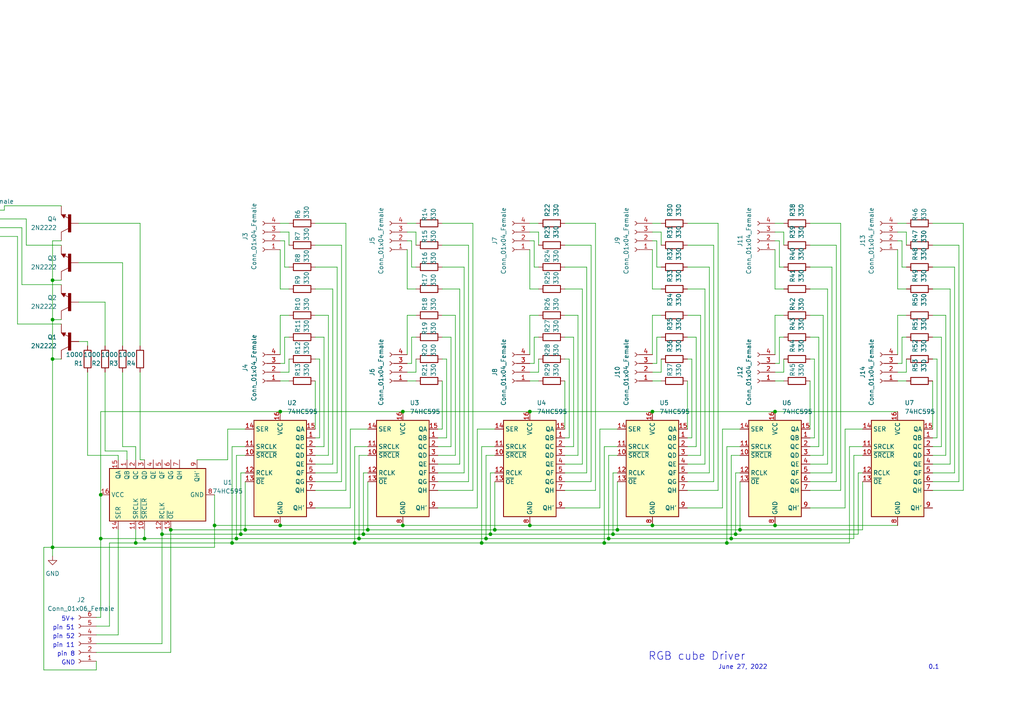
<source format=kicad_sch>
(kicad_sch (version 20211123) (generator eeschema)
  (paper "A4")
  (lib_symbols
    (symbol "2N2222:2N2222" (pin_numbers hide) (pin_names (offset 1.016) hide)
      (property "Reference" "Q" (at -10.16 7.62 0))
      (property "Value" "2N2222" (at -10.16 -7.62 0))
      (symbol "2N2222_0_0"
        (rectangle (start -0.254 -2.54) (end 0.508 2.54) (fill (type outline)))
        (polyline (pts (xy 1.27 -2.54) (xy 1.778 -1.524)) (stroke (width 0.1524)))
        (polyline (pts (xy 1.524 -2.413) (xy 2.286 -2.413)) (stroke (width 0.254)))
        (polyline (pts (xy 1.524 -2.286) (xy 1.905 -2.286)) (stroke (width 0.254)))
        (polyline (pts (xy 1.5494 -2.032) (xy 0.3048 -1.4224)) (stroke (width 0.1524)))
        (polyline (pts (xy 1.778 -1.778) (xy 1.524 -2.286)) (stroke (width 0.254)))
        (polyline (pts (xy 1.778 -1.524) (xy 2.54 -2.54)) (stroke (width 0.1524)))
        (polyline (pts (xy 1.905 -2.286) (xy 1.778 -2.032)) (stroke (width 0.254)))
        (polyline (pts (xy 2.286 -2.413) (xy 1.778 -1.778)) (stroke (width 0.254)))
        (polyline (pts (xy 2.54 -2.54) (xy 1.27 -2.54)) (stroke (width 0.1524)))
        (polyline (pts (xy 2.54 2.54) (xy 0.508 1.524)) (stroke (width 0.1524)))
        (pin passive line (at 2.54 -5.08 90) (length 2.54) (name "~") (number "1"))
        (pin passive line (at -2.54 0 0) (length 2.54) (name "~") (number "2"))
        (pin passive line (at 2.54 5.08 270) (length 2.54) (name "~") (number "3"))
      )
    )
    (symbol "74xx:74HC595"
      (property "Reference" "U" (at -7.62 13.97 0))
      (property "Value" "74HC595" (at -7.62 -16.51 0))
      (symbol "74HC595_1_0"
        (pin tri_state line (at 10.16 7.62 180) (length 2.54) (name "QB") (number "1"))
        (pin input line (at -10.16 2.54 0) (length 2.54) (name "~{SRCLR}") (number "10"))
        (pin input line (at -10.16 5.08 0) (length 2.54) (name "SRCLK") (number "11"))
        (pin input line (at -10.16 -2.54 0) (length 2.54) (name "RCLK") (number "12"))
        (pin input line (at -10.16 -5.08 0) (length 2.54) (name "~{OE}") (number "13"))
        (pin input line (at -10.16 10.16 0) (length 2.54) (name "SER") (number "14"))
        (pin tri_state line (at 10.16 10.16 180) (length 2.54) (name "QA") (number "15"))
        (pin power_in line (at 0 15.24 270) (length 2.54) (name "VCC") (number "16"))
        (pin tri_state line (at 10.16 5.08 180) (length 2.54) (name "QC") (number "2"))
        (pin tri_state line (at 10.16 2.54 180) (length 2.54) (name "QD") (number "3"))
        (pin tri_state line (at 10.16 0 180) (length 2.54) (name "QE") (number "4"))
        (pin tri_state line (at 10.16 -2.54 180) (length 2.54) (name "QF") (number "5"))
        (pin tri_state line (at 10.16 -5.08 180) (length 2.54) (name "QG") (number "6"))
        (pin tri_state line (at 10.16 -7.62 180) (length 2.54) (name "QH") (number "7"))
        (pin power_in line (at 0 -17.78 90) (length 2.54) (name "GND") (number "8"))
        (pin output line (at 10.16 -12.7 180) (length 2.54) (name "QH'") (number "9"))
      )
      (symbol "74HC595_1_1"
        (rectangle (start -7.62 12.7) (end 7.62 -15.24) (stroke (width 0.254)) (fill (type background)))
      )
    )
    (symbol "Connector:Conn_01x04_Female" (pin_names (offset 1.016) hide)
      (property "Reference" "J" (at 0 5.08 0))
      (property "Value" "Conn_01x04_Female" (at 0 -7.62 0))
      (symbol "Conn_01x04_Female_1_1"
        (arc (start 0 -4.572) (mid -0.508 -5.08) (end 0 -5.588) (stroke (width 0.1524)))
        (arc (start 0 -2.032) (mid -0.508 -2.54) (end 0 -3.048) (stroke (width 0.1524)))
        (polyline (pts (xy -1.27 -5.08) (xy -0.508 -5.08)) (stroke (width 0.1524)))
        (polyline (pts (xy -1.27 -2.54) (xy -0.508 -2.54)) (stroke (width 0.1524)))
        (polyline (pts (xy -1.27 0) (xy -0.508 0)) (stroke (width 0.1524)))
        (polyline (pts (xy -1.27 2.54) (xy -0.508 2.54)) (stroke (width 0.1524)))
        (arc (start 0 0.508) (mid -0.508 0) (end 0 -0.508) (stroke (width 0.1524)))
        (arc (start 0 3.048) (mid -0.508 2.54) (end 0 2.032) (stroke (width 0.1524)))
        (pin passive line (at -5.08 2.54 0) (length 3.81) (name "Pin_1") (number "1"))
        (pin passive line (at -5.08 0 0) (length 3.81) (name "Pin_2") (number "2"))
        (pin passive line (at -5.08 -2.54 0) (length 3.81) (name "Pin_3") (number "3"))
        (pin passive line (at -5.08 -5.08 0) (length 3.81) (name "Pin_4") (number "4"))
      )
    )
    (symbol "Connector:Conn_01x06_Female" (pin_names (offset 1.016) hide)
      (property "Reference" "J" (at 0 7.62 0))
      (property "Value" "Conn_01x06_Female" (at 0 -10.16 0))
      (symbol "Conn_01x06_Female_1_1"
        (arc (start 0 -7.112) (mid -0.508 -7.62) (end 0 -8.128) (stroke (width 0.1524)))
        (arc (start 0 -4.572) (mid -0.508 -5.08) (end 0 -5.588) (stroke (width 0.1524)))
        (arc (start 0 -2.032) (mid -0.508 -2.54) (end 0 -3.048) (stroke (width 0.1524)))
        (polyline (pts (xy -1.27 -7.62) (xy -0.508 -7.62)) (stroke (width 0.1524)))
        (polyline (pts (xy -1.27 -5.08) (xy -0.508 -5.08)) (stroke (width 0.1524)))
        (polyline (pts (xy -1.27 -2.54) (xy -0.508 -2.54)) (stroke (width 0.1524)))
        (polyline (pts (xy -1.27 0) (xy -0.508 0)) (stroke (width 0.1524)))
        (polyline (pts (xy -1.27 2.54) (xy -0.508 2.54)) (stroke (width 0.1524)))
        (polyline (pts (xy -1.27 5.08) (xy -0.508 5.08)) (stroke (width 0.1524)))
        (arc (start 0 0.508) (mid -0.508 0) (end 0 -0.508) (stroke (width 0.1524)))
        (arc (start 0 3.048) (mid -0.508 2.54) (end 0 2.032) (stroke (width 0.1524)))
        (arc (start 0 5.588) (mid -0.508 5.08) (end 0 4.572) (stroke (width 0.1524)))
        (pin passive line (at -5.08 5.08 0) (length 3.81) (name "Pin_1") (number "1"))
        (pin passive line (at -5.08 2.54 0) (length 3.81) (name "Pin_2") (number "2"))
        (pin passive line (at -5.08 0 0) (length 3.81) (name "Pin_3") (number "3"))
        (pin passive line (at -5.08 -2.54 0) (length 3.81) (name "Pin_4") (number "4"))
        (pin passive line (at -5.08 -5.08 0) (length 3.81) (name "Pin_5") (number "5"))
        (pin passive line (at -5.08 -7.62 0) (length 3.81) (name "Pin_6") (number "6"))
      )
    )
    (symbol "Device:R" (pin_numbers hide) (pin_names (offset 0))
      (property "Reference" "R" (at 2.032 0 90))
      (property "Value" "R" (at 0 0 90))
      (symbol "R_0_1"
        (rectangle (start -1.016 -2.54) (end 1.016 2.54) (stroke (width 0.254)))
      )
      (symbol "R_1_1"
        (pin passive line (at 0 3.81 270) (length 1.27) (name "~") (number "1"))
        (pin passive line (at 0 -3.81 90) (length 1.27) (name "~") (number "2"))
      )
    )
    (symbol "power:GND" (power) (pin_names (offset 0))
      (property "Value" "GND" (at 0 -3.81 0))
      (symbol "GND_0_1"
        (polyline (pts (xy 0 0) (xy 0 -1.27) (xy 1.27 -1.27) (xy 0 -2.54) (xy -1.27 -1.27) (xy 0 -1.27)))
      )
      (symbol "GND_1_1"
        (pin power_in line (at 0 0 270) (length 0) hide (name "GND") (number "1"))
      )
    )
  )
  (junction (at 153.67 152.4))
  (junction (at 210.82 157.48))
  (junction (at 175.26 157.48))
  (junction (at 15.24 92.71))
  (junction (at 15.24 81.28))
  (junction (at 49.53 153.67))
  (junction (at 15.24 158.75))
  (junction (at 71.12 153.67))
  (junction (at 106.68 153.67))
  (junction (at 179.07 153.67))
  (junction (at 67.31 157.48))
  (junction (at 104.14 156.21))
  (junction (at 15.24 104.14))
  (junction (at 69.85 154.94))
  (junction (at 189.23 119.38))
  (junction (at 29.21 156.21))
  (junction (at 39.37 157.48))
  (junction (at 212.09 156.21))
  (junction (at 102.87 157.48))
  (junction (at 116.84 152.4))
  (junction (at 68.58 156.21))
  (junction (at 143.51 153.67))
  (junction (at 81.28 152.4))
  (junction (at 153.67 119.38))
  (junction (at 139.7 157.48))
  (junction (at 81.28 119.38))
  (junction (at 62.23 152.4))
  (junction (at 224.79 119.38))
  (junction (at 105.41 154.94))
  (junction (at 213.36 154.94))
  (junction (at 214.63 153.67))
  (junction (at 29.21 143.51))
  (junction (at 142.24 154.94))
  (junction (at 177.8 154.94))
  (junction (at 41.91 156.21))
  (junction (at 176.53 156.21))
  (junction (at 224.79 152.4))
  (junction (at 140.97 156.21))
  (junction (at 116.84 119.38))
  (junction (at 46.99 154.94))
  (junction (at 189.23 152.4))
  (wire (pts (xy 127 124.46) (xy 128.27 124.46)))
  (wire (pts (xy 208.28 142.24) (xy 199.39 142.24)))
  (wire (pts (xy 132.08 91.44) (xy 132.08 132.08)))
  (wire (pts (xy 236.22 104.14) (xy 236.22 127)))
  (wire (pts (xy 46.99 154.94) (xy 46.99 186.69)))
  (wire (pts (xy 154.94 97.79) (xy 156.21 97.79)))
  (wire (pts (xy 81.28 119.38) (xy 116.84 119.38)))
  (wire (pts (xy 246.38 157.48) (xy 246.38 129.54)))
  (wire (pts (xy 139.7 129.54) (xy 143.51 129.54)))
  (wire (pts (xy 205.74 137.16) (xy 199.39 137.16)))
  (wire (pts (xy 260.35 83.82) (xy 262.89 83.82)))
  (wire (pts (xy 210.82 157.48) (xy 210.82 129.54)))
  (wire (pts (xy 237.49 97.79) (xy 234.95 97.79)))
  (wire (pts (xy 15.24 161.29) (xy 15.24 158.75)))
  (wire (pts (xy 15.24 92.71) (xy 15.24 104.14)))
  (wire (pts (xy 27.94 186.69) (xy 46.99 186.69)))
  (wire (pts (xy 247.65 132.08) (xy 250.19 132.08)))
  (wire (pts (xy 176.53 156.21) (xy 212.09 156.21)))
  (wire (pts (xy 71.12 129.54) (xy 67.31 129.54)))
  (wire (pts (xy 204.47 83.82) (xy 199.39 83.82)))
  (wire (pts (xy 81.28 83.82) (xy 83.82 83.82)))
  (wire (pts (xy 130.81 97.79) (xy 130.81 129.54)))
  (wire (pts (xy 142.24 154.94) (xy 177.8 154.94)))
  (wire (pts (xy 118.11 69.85) (xy 119.38 69.85)))
  (wire (pts (xy 224.79 102.87) (xy 224.79 91.44)))
  (wire (pts (xy 227.33 104.14) (xy 227.33 107.95)))
  (wire (pts (xy 127 147.32) (xy 138.43 147.32)))
  (wire (pts (xy 243.84 64.77) (xy 243.84 142.24)))
  (wire (pts (xy 118.11 91.44) (xy 120.65 91.44)))
  (wire (pts (xy 224.79 83.82) (xy 227.33 83.82)))
  (wire (pts (xy 40.64 64.77) (xy 40.64 100.33)))
  (wire (pts (xy 189.23 105.41) (xy 190.5 105.41)))
  (wire (pts (xy 203.2 91.44) (xy 199.39 91.44)))
  (wire (pts (xy 191.77 104.14) (xy 191.77 107.95)))
  (wire (pts (xy 127 132.08) (xy 132.08 132.08)))
  (wire (pts (xy 101.6 124.46) (xy 106.68 124.46)))
  (wire (pts (xy 41.91 156.21) (xy 68.58 156.21)))
  (wire (pts (xy 1.27 59.69) (xy 17.78 59.69)))
  (wire (pts (xy 27.94 189.23) (xy 49.53 189.23)))
  (wire (pts (xy 224.79 91.44) (xy 227.33 91.44)))
  (wire (pts (xy 163.83 110.49) (xy 163.83 124.46)))
  (wire (pts (xy 205.74 77.47) (xy 205.74 137.16)))
  (wire (pts (xy 83.82 67.31) (xy 83.82 71.12)))
  (wire (pts (xy 119.38 69.85) (xy 119.38 77.47)))
  (wire (pts (xy 208.28 64.77) (xy 199.39 64.77)))
  (wire (pts (xy 170.18 137.16) (xy 163.83 137.16)))
  (wire (pts (xy 82.55 105.41) (xy 82.55 97.79)))
  (wire (pts (xy 27.94 194.31) (xy 12.7 194.31)))
  (wire (pts (xy 191.77 107.95) (xy 189.23 107.95)))
  (wire (pts (xy 99.06 139.7) (xy 99.06 71.12)))
  (wire (pts (xy 140.97 132.08) (xy 143.51 132.08)))
  (wire (pts (xy 101.6 147.32) (xy 101.6 124.46)))
  (wire (pts (xy 95.25 132.08) (xy 95.25 91.44)))
  (wire (pts (xy 71.12 139.7) (xy 71.12 153.67)))
  (wire (pts (xy 41.91 153.67) (xy 41.91 156.21)))
  (wire (pts (xy 100.33 142.24) (xy 100.33 64.77)))
  (wire (pts (xy 49.53 153.67) (xy 49.53 189.23)))
  (wire (pts (xy 97.79 137.16) (xy 91.44 137.16)))
  (wire (pts (xy 142.24 137.16) (xy 142.24 154.94)))
  (wire (pts (xy 189.23 152.4) (xy 224.79 152.4)))
  (wire (pts (xy 171.45 71.12) (xy 163.83 71.12)))
  (wire (pts (xy 66.04 133.35) (xy 66.04 124.46)))
  (wire (pts (xy 240.03 134.62) (xy 234.95 134.62)))
  (wire (pts (xy 224.79 119.38) (xy 260.35 119.38)))
  (wire (pts (xy 270.51 129.54) (xy 273.05 129.54)))
  (wire (pts (xy 214.63 153.67) (xy 250.19 153.67)))
  (wire (pts (xy 62.23 143.51) (xy 62.23 152.4)))
  (wire (pts (xy 118.11 105.41) (xy 119.38 105.41)))
  (wire (pts (xy 245.11 147.32) (xy 245.11 124.46)))
  (wire (pts (xy 241.3 77.47) (xy 241.3 137.16)))
  (wire (pts (xy -1.27 60.96) (xy 1.27 60.96)))
  (wire (pts (xy 91.44 147.32) (xy 101.6 147.32)))
  (wire (pts (xy 93.98 129.54) (xy 91.44 129.54)))
  (wire (pts (xy 226.06 97.79) (xy 227.33 97.79)))
  (wire (pts (xy 241.3 137.16) (xy 234.95 137.16)))
  (wire (pts (xy 69.85 154.94) (xy 69.85 137.16)))
  (wire (pts (xy -1.27 63.5) (xy 7.62 63.5)))
  (wire (pts (xy 93.98 97.79) (xy 91.44 97.79)))
  (wire (pts (xy 240.03 83.82) (xy 234.95 83.82)))
  (wire (pts (xy 102.87 157.48) (xy 102.87 129.54)))
  (wire (pts (xy 212.09 156.21) (xy 212.09 132.08)))
  (wire (pts (xy 100.33 142.24) (xy 91.44 142.24)))
  (wire (pts (xy 201.93 129.54) (xy 199.39 129.54)))
  (wire (pts (xy 242.57 71.12) (xy 234.95 71.12)))
  (wire (pts (xy 102.87 129.54) (xy 106.68 129.54)))
  (wire (pts (xy 234.95 110.49) (xy 234.95 124.46)))
  (wire (pts (xy 177.8 154.94) (xy 213.36 154.94)))
  (wire (pts (xy 1.27 60.96) (xy 1.27 59.69)))
  (wire (pts (xy 175.26 129.54) (xy 179.07 129.54)))
  (wire (pts (xy 128.27 110.49) (xy 128.27 124.46)))
  (wire (pts (xy 120.65 107.95) (xy 118.11 107.95)))
  (wire (pts (xy 172.72 142.24) (xy 163.83 142.24)))
  (wire (pts (xy 224.79 72.39) (xy 224.79 83.82)))
  (wire (pts (xy 167.64 91.44) (xy 167.64 132.08)))
  (wire (pts (xy 189.23 83.82) (xy 191.77 83.82)))
  (wire (pts (xy 81.28 110.49) (xy 83.82 110.49)))
  (wire (pts (xy 15.24 69.85) (xy 17.78 69.85)))
  (wire (pts (xy 278.13 71.12) (xy 270.51 71.12)))
  (wire (pts (xy 242.57 71.12) (xy 242.57 139.7)))
  (wire (pts (xy 189.23 91.44) (xy 191.77 91.44)))
  (wire (pts (xy 175.26 157.48) (xy 210.82 157.48)))
  (wire (pts (xy 189.23 110.49) (xy 191.77 110.49)))
  (wire (pts (xy 29.21 156.21) (xy 29.21 179.07)))
  (wire (pts (xy 275.59 134.62) (xy 275.59 83.82)))
  (wire (pts (xy 82.55 77.47) (xy 83.82 77.47)))
  (wire (pts (xy 135.89 71.12) (xy 135.89 139.7)))
  (wire (pts (xy 34.29 132.08) (xy 25.4 132.08)))
  (wire (pts (xy 170.18 77.47) (xy 170.18 137.16)))
  (wire (pts (xy 129.54 127) (xy 129.54 104.14)))
  (wire (pts (xy 137.16 64.77) (xy 137.16 142.24)))
  (wire (pts (xy 104.14 156.21) (xy 104.14 132.08)))
  (wire (pts (xy 97.79 77.47) (xy 91.44 77.47)))
  (wire (pts (xy 207.01 71.12) (xy 199.39 71.12)))
  (wire (pts (xy 6.35 82.55) (xy 17.78 82.55)))
  (wire (pts (xy 176.53 132.08) (xy 179.07 132.08)))
  (wire (pts (xy 224.79 69.85) (xy 226.06 69.85)))
  (wire (pts (xy 236.22 104.14) (xy 234.95 104.14)))
  (wire (pts (xy 209.55 147.32) (xy 209.55 124.46)))
  (wire (pts (xy 271.78 127) (xy 271.78 104.14)))
  (wire (pts (xy 71.12 153.67) (xy 106.68 153.67)))
  (wire (pts (xy 15.24 104.14) (xy 15.24 158.75)))
  (wire (pts (xy 22.86 87.63) (xy 30.48 87.63)))
  (wire (pts (xy 15.24 81.28) (xy 17.78 81.28)))
  (wire (pts (xy 270.51 127) (xy 271.78 127)))
  (wire (pts (xy 213.36 154.94) (xy 248.92 154.94)))
  (wire (pts (xy 154.94 77.47) (xy 156.21 77.47)))
  (wire (pts (xy 260.35 110.49) (xy 262.89 110.49)))
  (wire (pts (xy 138.43 124.46) (xy 143.51 124.46)))
  (wire (pts (xy 165.1 104.14) (xy 163.83 104.14)))
  (wire (pts (xy 97.79 137.16) (xy 97.79 77.47)))
  (wire (pts (xy 83.82 104.14) (xy 83.82 107.95)))
  (wire (pts (xy 165.1 104.14) (xy 165.1 127)))
  (wire (pts (xy 27.94 184.15) (xy 34.29 184.15)))
  (wire (pts (xy 34.29 133.35) (xy 34.29 132.08)))
  (wire (pts (xy 91.44 110.49) (xy 91.44 124.46)))
  (wire (pts (xy 189.23 102.87) (xy 189.23 91.44)))
  (wire (pts (xy 175.26 157.48) (xy 175.26 129.54)))
  (wire (pts (xy 214.63 139.7) (xy 214.63 153.67)))
  (wire (pts (xy 177.8 137.16) (xy 179.07 137.16)))
  (wire (pts (xy 7.62 63.5) (xy 7.62 71.12)))
  (wire (pts (xy 127 137.16) (xy 134.62 137.16)))
  (wire (pts (xy 15.24 81.28) (xy 15.24 92.71)))
  (wire (pts (xy 30.48 87.63) (xy 30.48 100.33)))
  (wire (pts (xy 39.37 129.54) (xy 35.56 129.54)))
  (wire (pts (xy 201.93 97.79) (xy 201.93 129.54)))
  (wire (pts (xy 189.23 72.39) (xy 189.23 83.82)))
  (wire (pts (xy 189.23 64.77) (xy 191.77 64.77)))
  (wire (pts (xy 153.67 69.85) (xy 154.94 69.85)))
  (wire (pts (xy 139.7 157.48) (xy 175.26 157.48)))
  (wire (pts (xy 261.62 105.41) (xy 261.62 97.79)))
  (wire (pts (xy 153.67 119.38) (xy 189.23 119.38)))
  (wire (pts (xy 29.21 119.38) (xy 81.28 119.38)))
  (wire (pts (xy 260.35 72.39) (xy 260.35 83.82)))
  (wire (pts (xy 260.35 64.77) (xy 262.89 64.77)))
  (wire (pts (xy 82.55 69.85) (xy 82.55 77.47)))
  (wire (pts (xy 95.25 91.44) (xy 91.44 91.44)))
  (wire (pts (xy 12.7 194.31) (xy 12.7 158.75)))
  (wire (pts (xy 190.5 69.85) (xy 190.5 77.47)))
  (wire (pts (xy 95.25 132.08) (xy 91.44 132.08)))
  (wire (pts (xy 118.11 83.82) (xy 120.65 83.82)))
  (wire (pts (xy 171.45 139.7) (xy 163.83 139.7)))
  (wire (pts (xy 156.21 67.31) (xy 156.21 71.12)))
  (wire (pts (xy 139.7 157.48) (xy 139.7 129.54)))
  (wire (pts (xy 15.24 69.85) (xy 15.24 81.28)))
  (wire (pts (xy 260.35 105.41) (xy 261.62 105.41)))
  (wire (pts (xy 118.11 72.39) (xy 118.11 83.82)))
  (wire (pts (xy 22.86 64.77) (xy 40.64 64.77)))
  (wire (pts (xy 96.52 134.62) (xy 96.52 83.82)))
  (wire (pts (xy 35.56 129.54) (xy 35.56 107.95)))
  (wire (pts (xy 140.97 156.21) (xy 176.53 156.21)))
  (wire (pts (xy 275.59 83.82) (xy 270.51 83.82)))
  (wire (pts (xy 224.79 110.49) (xy 227.33 110.49)))
  (wire (pts (xy 227.33 107.95) (xy 224.79 107.95)))
  (wire (pts (xy 240.03 83.82) (xy 240.03 134.62)))
  (wire (pts (xy 154.94 69.85) (xy 154.94 77.47)))
  (wire (pts (xy 71.12 124.46) (xy 66.04 124.46)))
  (wire (pts (xy 226.06 69.85) (xy 226.06 77.47)))
  (wire (pts (xy 156.21 104.14) (xy 156.21 107.95)))
  (wire (pts (xy 270.51 137.16) (xy 276.86 137.16)))
  (wire (pts (xy 208.28 64.77) (xy 208.28 142.24)))
  (wire (pts (xy 166.37 129.54) (xy 163.83 129.54)))
  (wire (pts (xy 5.08 93.98) (xy 5.08 68.58)))
  (wire (pts (xy 166.37 97.79) (xy 163.83 97.79)))
  (wire (pts (xy 201.93 97.79) (xy 199.39 97.79)))
  (wire (pts (xy 81.28 64.77) (xy 83.82 64.77)))
  (wire (pts (xy 260.35 102.87) (xy 260.35 91.44)))
  (wire (pts (xy 163.83 147.32) (xy 173.99 147.32)))
  (wire (pts (xy 199.39 147.32) (xy 209.55 147.32)))
  (wire (pts (xy 279.4 64.77) (xy 270.51 64.77)))
  (wire (pts (xy 274.32 132.08) (xy 274.32 91.44)))
  (wire (pts (xy 262.89 67.31) (xy 262.89 71.12)))
  (wire (pts (xy 127 139.7) (xy 135.89 139.7)))
  (wire (pts (xy 226.06 77.47) (xy 227.33 77.47)))
  (wire (pts (xy 127 134.62) (xy 133.35 134.62)))
  (wire (pts (xy 271.78 104.14) (xy 270.51 104.14)))
  (wire (pts (xy 153.67 105.41) (xy 154.94 105.41)))
  (wire (pts (xy 224.79 105.41) (xy 226.06 105.41)))
  (wire (pts (xy 92.71 127) (xy 91.44 127)))
  (wire (pts (xy 106.68 139.7) (xy 106.68 153.67)))
  (wire (pts (xy 29.21 156.21) (xy 41.91 156.21)))
  (wire (pts (xy 238.76 91.44) (xy 238.76 132.08)))
  (wire (pts (xy 57.15 133.35) (xy 66.04 133.35)))
  (wire (pts (xy 238.76 91.44) (xy 234.95 91.44)))
  (wire (pts (xy 120.65 104.14) (xy 120.65 107.95)))
  (wire (pts (xy 69.85 154.94) (xy 105.41 154.94)))
  (wire (pts (xy 237.49 97.79) (xy 237.49 129.54)))
  (wire (pts (xy 39.37 153.67) (xy 39.37 157.48)))
  (wire (pts (xy 224.79 67.31) (xy 227.33 67.31)))
  (wire (pts (xy 176.53 156.21) (xy 176.53 132.08)))
  (wire (pts (xy 190.5 105.41) (xy 190.5 97.79)))
  (wire (pts (xy 81.28 69.85) (xy 82.55 69.85)))
  (wire (pts (xy 127 129.54) (xy 130.81 129.54)))
  (wire (pts (xy 224.79 64.77) (xy 227.33 64.77)))
  (wire (pts (xy 22.86 99.06) (xy 25.4 99.06)))
  (wire (pts (xy 200.66 127) (xy 199.39 127)))
  (wire (pts (xy 189.23 67.31) (xy 191.77 67.31)))
  (wire (pts (xy 127 127) (xy 129.54 127)))
  (wire (pts (xy 7.62 71.12) (xy 17.78 71.12)))
  (wire (pts (xy 96.52 134.62) (xy 91.44 134.62)))
  (wire (pts (xy 270.51 110.49) (xy 270.51 124.46)))
  (wire (pts (xy 99.06 139.7) (xy 91.44 139.7)))
  (wire (pts (xy 200.66 104.14) (xy 199.39 104.14)))
  (wire (pts (xy 261.62 97.79) (xy 262.89 97.79)))
  (wire (pts (xy 236.22 127) (xy 234.95 127)))
  (wire (pts (xy 213.36 137.16) (xy 214.63 137.16)))
  (wire (pts (xy 137.16 64.77) (xy 128.27 64.77)))
  (wire (pts (xy 132.08 91.44) (xy 128.27 91.44)))
  (wire (pts (xy 260.35 69.85) (xy 261.62 69.85)))
  (wire (pts (xy 22.86 76.2) (xy 35.56 76.2)))
  (wire (pts (xy 204.47 83.82) (xy 204.47 134.62)))
  (wire (pts (xy 119.38 97.79) (xy 120.65 97.79)))
  (wire (pts (xy 100.33 64.77) (xy 91.44 64.77)))
  (wire (pts (xy 168.91 134.62) (xy 163.83 134.62)))
  (wire (pts (xy 199.39 110.49) (xy 199.39 124.46)))
  (wire (pts (xy 153.67 83.82) (xy 156.21 83.82)))
  (wire (pts (xy -1.27 68.58) (xy 5.08 68.58)))
  (wire (pts (xy 153.67 152.4) (xy 189.23 152.4)))
  (wire (pts (xy 204.47 134.62) (xy 199.39 134.62)))
  (wire (pts (xy 140.97 156.21) (xy 140.97 132.08)))
  (wire (pts (xy 93.98 129.54) (xy 93.98 97.79)))
  (wire (pts (xy 15.24 92.71) (xy 17.78 92.71)))
  (wire (pts (xy 273.05 129.54) (xy 273.05 97.79)))
  (wire (pts (xy 92.71 104.14) (xy 91.44 104.14)))
  (wire (pts (xy 153.67 91.44) (xy 156.21 91.44)))
  (wire (pts (xy 25.4 99.06) (xy 25.4 100.33)))
  (wire (pts (xy 210.82 157.48) (xy 246.38 157.48)))
  (wire (pts (xy 279.4 64.77) (xy 279.4 142.24)))
  (wire (pts (xy 62.23 158.75) (xy 62.23 152.4)))
  (wire (pts (xy 133.35 83.82) (xy 128.27 83.82)))
  (wire (pts (xy 6.35 82.55) (xy 6.35 66.04)))
  (wire (pts (xy 83.82 107.95) (xy 81.28 107.95)))
  (wire (pts (xy 270.51 139.7) (xy 278.13 139.7)))
  (wire (pts (xy 170.18 77.47) (xy 163.83 77.47)))
  (wire (pts (xy 129.54 104.14) (xy 128.27 104.14)))
  (wire (pts (xy 243.84 64.77) (xy 234.95 64.77)))
  (wire (pts (xy 15.24 104.14) (xy 17.78 104.14)))
  (wire (pts (xy 81.28 72.39) (xy 81.28 83.82)))
  (wire (pts (xy 143.51 139.7) (xy 143.51 153.67)))
  (wire (pts (xy 41.91 133.35) (xy 40.64 133.35)))
  (wire (pts (xy 105.41 137.16) (xy 106.68 137.16)))
  (wire (pts (xy 270.51 142.24) (xy 279.4 142.24)))
  (wire (pts (xy 25.4 132.08) (xy 25.4 107.95)))
  (wire (pts (xy 278.13 139.7) (xy 278.13 71.12)))
  (wire (pts (xy 92.71 127) (xy 92.71 104.14)))
  (wire (pts (xy 250.19 139.7) (xy 250.19 153.67)))
  (wire (pts (xy 36.83 130.81) (xy 30.48 130.81)))
  (wire (pts (xy 105.41 154.94) (xy 142.24 154.94)))
  (wire (pts (xy 81.28 91.44) (xy 83.82 91.44)))
  (wire (pts (xy 31.75 157.48) (xy 39.37 157.48)))
  (wire (pts (xy 35.56 76.2) (xy 35.56 100.33)))
  (wire (pts (xy 243.84 142.24) (xy 234.95 142.24)))
  (wire (pts (xy 27.94 179.07) (xy 29.21 179.07)))
  (wire (pts (xy 248.92 137.16) (xy 250.19 137.16)))
  (wire (pts (xy 167.64 91.44) (xy 163.83 91.44)))
  (wire (pts (xy 276.86 77.47) (xy 270.51 77.47)))
  (wire (pts (xy 81.28 152.4) (xy 116.84 152.4)))
  (wire (pts (xy 246.38 129.54) (xy 250.19 129.54)))
  (wire (pts (xy 165.1 127) (xy 163.83 127)))
  (wire (pts (xy 173.99 124.46) (xy 179.07 124.46)))
  (wire (pts (xy 99.06 71.12) (xy 91.44 71.12)))
  (wire (pts (xy 27.94 181.61) (xy 31.75 181.61)))
  (wire (pts (xy 130.81 97.79) (xy 128.27 97.79)))
  (wire (pts (xy 68.58 156.21) (xy 68.58 132.08)))
  (wire (pts (xy 12.7 158.75) (xy 15.24 158.75)))
  (wire (pts (xy 245.11 124.46) (xy 250.19 124.46)))
  (wire (pts (xy 200.66 104.14) (xy 200.66 127)))
  (wire (pts (xy 212.09 132.08) (xy 214.63 132.08)))
  (wire (pts (xy 270.51 134.62) (xy 275.59 134.62)))
  (wire (pts (xy 134.62 77.47) (xy 134.62 137.16)))
  (wire (pts (xy 49.53 153.67) (xy 71.12 153.67)))
  (wire (pts (xy 190.5 77.47) (xy 191.77 77.47)))
  (wire (pts (xy 133.35 83.82) (xy 133.35 134.62)))
  (wire (pts (xy 153.67 102.87) (xy 153.67 91.44)))
  (wire (pts (xy 118.11 102.87) (xy 118.11 91.44)))
  (wire (pts (xy 156.21 107.95) (xy 153.67 107.95)))
  (wire (pts (xy 153.67 67.31) (xy 156.21 67.31)))
  (wire (pts (xy 203.2 91.44) (xy 203.2 132.08)))
  (wire (pts (xy 172.72 64.77) (xy 163.83 64.77)))
  (wire (pts (xy 207.01 139.7) (xy 199.39 139.7)))
  (wire (pts (xy 138.43 147.32) (xy 138.43 124.46)))
  (wire (pts (xy 213.36 137.16) (xy 213.36 154.94)))
  (wire (pts (xy 17.78 93.98) (xy 5.08 93.98)))
  (wire (pts (xy 241.3 77.47) (xy 234.95 77.47)))
  (wire (pts (xy 120.65 67.31) (xy 120.65 71.12)))
  (wire (pts (xy 261.62 77.47) (xy 262.89 77.47)))
  (wire (pts (xy 67.31 157.48) (xy 102.87 157.48)))
  (wire (pts (xy 168.91 83.82) (xy 163.83 83.82)))
  (wire (pts (xy 143.51 153.67) (xy 179.07 153.67)))
  (wire (pts (xy 104.14 156.21) (xy 140.97 156.21)))
  (wire (pts (xy 46.99 154.94) (xy 69.85 154.94)))
  (wire (pts (xy 104.14 132.08) (xy 106.68 132.08)))
  (wire (pts (xy 247.65 156.21) (xy 247.65 132.08)))
  (wire (pts (xy 168.91 83.82) (xy 168.91 134.62)))
  (wire (pts (xy 134.62 77.47) (xy 128.27 77.47)))
  (wire (pts (xy 82.55 97.79) (xy 83.82 97.79)))
  (wire (pts (xy 212.09 156.21) (xy 247.65 156.21)))
  (wire (pts (xy 105.41 137.16) (xy 105.41 154.94)))
  (wire (pts (xy 173.99 147.32) (xy 173.99 124.46)))
  (wire (pts (xy 209.55 124.46) (xy 214.63 124.46)))
  (wire (pts (xy 262.89 104.14) (xy 262.89 107.95)))
  (wire (pts (xy 260.35 91.44) (xy 262.89 91.44)))
  (wire (pts (xy 227.33 67.31) (xy 227.33 71.12)))
  (wire (pts (xy 118.11 67.31) (xy 120.65 67.31)))
  (wire (pts (xy 262.89 107.95) (xy 260.35 107.95)))
  (wire (pts (xy 118.11 110.49) (xy 120.65 110.49)))
  (wire (pts (xy 172.72 64.77) (xy 172.72 142.24)))
  (wire (pts (xy 270.51 132.08) (xy 274.32 132.08)))
  (wire (pts (xy 62.23 152.4) (xy 81.28 152.4)))
  (wire (pts (xy 69.85 137.16) (xy 71.12 137.16)))
  (wire (pts (xy 167.64 132.08) (xy 163.83 132.08)))
  (wire (pts (xy -1.27 66.04) (xy 6.35 66.04)))
  (wire (pts (xy 171.45 71.12) (xy 171.45 139.7)))
  (wire (pts (xy 273.05 97.79) (xy 270.51 97.79)))
  (wire (pts (xy 27.94 191.77) (xy 27.94 194.31)))
  (wire (pts (xy 39.37 157.48) (xy 67.31 157.48)))
  (wire (pts (xy 46.99 153.67) (xy 46.99 154.94)))
  (wire (pts (xy 237.49 129.54) (xy 234.95 129.54)))
  (wire (pts (xy 179.07 153.67) (xy 214.63 153.67)))
  (wire (pts (xy 30.48 130.81) (xy 30.48 107.95)))
  (wire (pts (xy 127 142.24) (xy 137.16 142.24)))
  (wire (pts (xy 234.95 147.32) (xy 245.11 147.32)))
  (wire (pts (xy 119.38 105.41) (xy 119.38 97.79)))
  (wire (pts (xy 81.28 105.41) (xy 82.55 105.41)))
  (wire (pts (xy 261.62 69.85) (xy 261.62 77.47)))
  (wire (pts (xy 34.29 153.67) (xy 34.29 184.15)))
  (wire (pts (xy 153.67 110.49) (xy 156.21 110.49)))
  (wire (pts (xy 67.31 157.48) (xy 67.31 129.54)))
  (wire (pts (xy 29.21 143.51) (xy 29.21 119.38)))
  (wire (pts (xy 203.2 132.08) (xy 199.39 132.08)))
  (wire (pts (xy 116.84 152.4) (xy 153.67 152.4)))
  (wire (pts (xy 207.01 71.12) (xy 207.01 139.7)))
  (wire (pts (xy 190.5 97.79) (xy 191.77 97.79)))
  (wire (pts (xy 106.68 153.67) (xy 143.51 153.67)))
  (wire (pts (xy 36.83 133.35) (xy 36.83 130.81)))
  (wire (pts (xy 166.37 97.79) (xy 166.37 129.54)))
  (wire (pts (xy 189.23 119.38) (xy 224.79 119.38)))
  (wire (pts (xy 248.92 137.16) (xy 248.92 154.94)))
  (wire (pts (xy 116.84 119.38) (xy 153.67 119.38)))
  (wire (pts (xy 119.38 77.47) (xy 120.65 77.47)))
  (wire (pts (xy 224.79 152.4) (xy 260.35 152.4)))
  (wire (pts (xy 68.58 156.21) (xy 104.14 156.21)))
  (wire (pts (xy 177.8 137.16) (xy 177.8 154.94)))
  (wire (pts (xy 179.07 139.7) (xy 179.07 153.67)))
  (wire (pts (xy 153.67 72.39) (xy 153.67 83.82)))
  (wire (pts (xy 81.28 102.87) (xy 81.28 91.44)))
  (wire (pts (xy 260.35 67.31) (xy 262.89 67.31)))
  (wire (pts (xy 31.75 181.61) (xy 31.75 157.48)))
  (wire (pts (xy 210.82 129.54) (xy 214.63 129.54)))
  (wire (pts (xy 142.24 137.16) (xy 143.51 137.16)))
  (wire (pts (xy 118.11 64.77) (xy 120.65 64.77)))
  (wire (pts (xy 276.86 77.47) (xy 276.86 137.16)))
  (wire (pts (xy 81.28 67.31) (xy 83.82 67.31)))
  (wire (pts (xy 15.24 158.75) (xy 62.23 158.75)))
  (wire (pts (xy 153.67 64.77) (xy 156.21 64.77)))
  (wire (pts (xy 226.06 105.41) (xy 226.06 97.79)))
  (wire (pts (xy 189.23 69.85) (xy 190.5 69.85)))
  (wire (pts (xy 71.12 132.08) (xy 68.58 132.08)))
  (wire (pts (xy 39.37 133.35) (xy 39.37 129.54)))
  (wire (pts (xy 238.76 132.08) (xy 234.95 132.08)))
  (wire (pts (xy 205.74 77.47) (xy 199.39 77.47)))
  (wire (pts (xy 40.64 107.95) (xy 40.64 133.35)))
  (wire (pts (xy 135.89 71.12) (xy 128.27 71.12)))
  (wire (pts (xy 274.32 91.44) (xy 270.51 91.44)))
  (wire (pts (xy 191.77 67.31) (xy 191.77 71.12)))
  (wire (pts (xy 242.57 139.7) (xy 234.95 139.7)))
  (wire (pts (xy 154.94 105.41) (xy 154.94 97.79)))
  (wire (pts (xy 102.87 157.48) (xy 139.7 157.48)))
  (wire (pts (xy 96.52 83.82) (xy 91.44 83.82)))
  (wire (pts (xy 29.21 143.51) (xy 29.21 156.21)))
  (text "RGB cube Driver" (at 187.96 191.77 0) (effects (font (size 2.27 2.27)) (justify left bottom)))
  (text "June 27, 2022" (at 208.28 194.31 0) (effects (font (size 1.27 1.27)) (justify left bottom)))
  (text "pin 52\n" (at 15.24 185.42 0) (effects (font (size 1.27 1.27)) (justify left bottom)))
  (text "0.1" (at 269.24 194.31 0) (effects (font (size 1.27 1.27)) (justify left bottom)))
  (text "pin 11" (at 15.24 187.96 0) (effects (font (size 1.27 1.27)) (justify left bottom)))
  (text "GND" (at 17.78 193.04 0) (effects (font (size 1.27 1.27)) (justify left bottom)))
  (text "5V+" (at 17.78 180.34 0) (effects (font (size 1.27 1.27)) (justify left bottom)))
  (text "pin 8\n" (at 16.51 190.5 0) (effects (font (size 1.27 1.27)) (justify left bottom)))
  (text "pin 51" (at 15.24 182.88 0) (effects (font (size 1.27 1.27)) (justify left bottom)))
  (symbol (lib_id "Device:R") (at 266.7 110.49 90) (unit 1)
    (property "Reference" "R53" (at 265.4299 107.95 0) (effects (justify left)))
    (property "Value" "330" (at 267.9699 107.95 0) (effects (justify left)))
    (property "Footprint" "Resistor_THT:R_Axial_DIN0204_L3.6mm_D1.6mm_P5.08mm_Horizontal" (effects hide))
  )
  (symbol (lib_id "Device:R") (at 266.7 64.77 90) (unit 1)
    (property "Reference" "R46" (at 265.43 62.23 0))
    (property "Value" "330" (at 267.97 62.23 0))
    (property "Footprint" "Resistor_THT:R_Axial_DIN0204_L3.6mm_D1.6mm_P5.08mm_Horizontal" (effects hide))
  )
  (symbol (lib_id "Connector:Conn_01x04_Female") (at 219.71 69.85 180) (unit 1)
    (property "Reference" "J11" (at 214.63 69.85 90))
    (property "Value" "Conn_01x04_Female" (at 217.17 69.85 90))
    (property "Footprint" "TerminalBlock_Phoenix:TerminalBlock_Phoenix_MKDS-1,5-4-5.08_1x04_P5.08mm_Horizontal" (effects hide))
  )
  (symbol (lib_id "Connector:Conn_01x04_Female") (at 148.59 107.95 180) (unit 1)
    (property "Reference" "J8" (at 143.51 107.95 90))
    (property "Value" "Conn_01x04_Female" (at 146.05 107.95 90))
    (property "Footprint" "TerminalBlock_Phoenix:TerminalBlock_Phoenix_MKDS-1,5-4-5.08_1x04_P5.08mm_Horizontal" (effects hide))
  )
  (symbol (lib_id "Device:R") (at 124.46 97.79 90) (unit 1)
    (property "Reference" "R19" (at 123.19 95.25 0))
    (property "Value" "330" (at 125.73 95.25 0))
    (property "Footprint" "Resistor_THT:R_Axial_DIN0204_L3.6mm_D1.6mm_P5.08mm_Horizontal" (effects hide))
  )
  (symbol (lib_id "Connector:Conn_01x04_Female") (at -6.35 66.04 180) (unit 1)
    (property "Reference" "J1" (at -5.715 55.88 0))
    (property "Value" "Conn_01x04_Female" (at -5.715 58.42 0))
    (property "Footprint" "TerminalBlock_Phoenix:TerminalBlock_Phoenix_MKDS-1,5-4-5.08_1x04_P5.08mm_Horizontal" (effects hide))
  )
  (symbol (lib_id "Device:R") (at 231.14 91.44 90) (unit 1)
    (property "Reference" "R42" (at 229.8699 90.17 0) (effects (justify left)))
    (property "Value" "330" (at 232.41 90.17 0) (effects (justify left)))
    (property "Footprint" "Resistor_THT:R_Axial_DIN0204_L3.6mm_D1.6mm_P5.08mm_Horizontal" (effects hide))
  )
  (symbol (lib_id "Device:R") (at 266.7 77.47 90) (unit 1)
    (property "Reference" "R48" (at 265.43 73.66 0))
    (property "Value" "330" (at 267.97 73.66 0))
    (property "Footprint" "Resistor_THT:R_Axial_DIN0204_L3.6mm_D1.6mm_P5.08mm_Horizontal" (effects hide))
  )
  (symbol (lib_id "Device:R") (at 124.46 64.77 90) (unit 1)
    (property "Reference" "R14" (at 123.19 62.23 0))
    (property "Value" "330" (at 125.73 62.23 0))
    (property "Footprint" "Resistor_THT:R_Axial_DIN0204_L3.6mm_D1.6mm_P5.08mm_Horizontal" (effects hide))
  )
  (symbol (lib_id "Device:R") (at 40.64 104.14 180) (unit 1)
    (property "Reference" "R4" (at 39.37 105.41 0) (effects (justify left)))
    (property "Value" "1000" (at 39.37 102.87 0) (effects (justify left)))
    (property "Footprint" "Resistor_THT:R_Axial_DIN0204_L3.6mm_D1.6mm_P5.08mm_Horizontal" (effects hide))
  )
  (symbol (lib_id "Device:R") (at 195.58 91.44 90) (unit 1)
    (property "Reference" "R34" (at 194.3099 88.9 0) (effects (justify left)))
    (property "Value" "330" (at 196.85 88.9 0) (effects (justify left)))
    (property "Footprint" "Resistor_THT:R_Axial_DIN0204_L3.6mm_D1.6mm_P5.08mm_Horizontal" (effects hide))
  )
  (symbol (lib_id "Device:R") (at 87.63 77.47 90) (unit 1)
    (property "Reference" "R8" (at 86.36 76.2 0) (effects (justify left)))
    (property "Value" "330" (at 88.9 76.2 0) (effects (justify left)))
    (property "Footprint" "Resistor_THT:R_Axial_DIN0204_L3.6mm_D1.6mm_P5.08mm_Horizontal" (effects hide))
  )
  (symbol (lib_id "Connector:Conn_01x04_Female") (at 76.2 69.85 180) (unit 1)
    (property "Reference" "J3" (at 71.12 68.58 90))
    (property "Value" "Conn_01x04_Female" (at 73.66 68.58 90))
    (property "Footprint" "TerminalBlock_Phoenix:TerminalBlock_Phoenix_MKDS-1,5-4-5.08_1x04_P5.08mm_Horizontal" (effects hide))
  )
  (symbol (lib_id "Device:R") (at 195.58 64.77 90) (unit 1)
    (property "Reference" "R30" (at 194.31 60.96 0))
    (property "Value" "330" (at 196.85 60.96 0))
    (property "Footprint" "Resistor_THT:R_Axial_DIN0204_L3.6mm_D1.6mm_P5.08mm_Horizontal" (effects hide))
  )
  (symbol (lib_id "2N2222:2N2222") (at 20.32 64.77 180) (unit 1)
    (property "Reference" "Q4" (at 16.51 63.4999 0) (effects (justify left)))
    (property "Value" "2N2222" (at 16.51 66.0399 0) (effects (justify left)))
    (property "Footprint" "2N2222:TO127P584H533-3" (effects hide))
    (property "MAXIMUM_PACKAGE_HEIGHT" "5.33 mm" (effects hide))
    (property "MANUFACTURER" "Micross" (effects hide))
    (property "STANDARD" "IPC 7351B" (effects hide))
    (property "PARTREV" "R2" (effects hide))
  )
  (symbol (lib_id "Device:R") (at 124.46 91.44 90) (unit 1)
    (property "Reference" "R18" (at 123.1899 90.17 0) (effects (justify left)))
    (property "Value" "330" (at 125.73 90.17 0) (effects (justify left)))
    (property "Footprint" "Resistor_THT:R_Axial_DIN0204_L3.6mm_D1.6mm_P5.08mm_Horizontal" (effects hide))
  )
  (symbol (lib_id "Device:R") (at 160.02 110.49 90) (unit 1)
    (property "Reference" "R29" (at 158.75 109.22 0) (effects (justify left)))
    (property "Value" "330" (at 161.29 109.22 0) (effects (justify left)))
    (property "Footprint" "Resistor_THT:R_Axial_DIN0204_L3.6mm_D1.6mm_P5.08mm_Horizontal" (effects hide))
  )
  (symbol (lib_id "Device:R") (at 160.02 91.44 90) (unit 1)
    (property "Reference" "R26" (at 158.7499 90.17 0) (effects (justify left)))
    (property "Value" "330" (at 161.29 90.17 0) (effects (justify left)))
    (property "Footprint" "Resistor_THT:R_Axial_DIN0204_L3.6mm_D1.6mm_P5.08mm_Horizontal" (effects hide))
  )
  (symbol (lib_id "Device:R") (at 160.02 77.47 90) (unit 1)
    (property "Reference" "R24" (at 158.75 76.2 0) (effects (justify left)))
    (property "Value" "330" (at 161.29 76.2 0) (effects (justify left)))
    (property "Footprint" "Resistor_THT:R_Axial_DIN0204_L3.6mm_D1.6mm_P5.08mm_Horizontal" (effects hide))
  )
  (symbol (lib_id "Device:R") (at 160.02 71.12 90) (unit 1)
    (property "Reference" "R23" (at 158.75 67.31 0))
    (property "Value" "330" (at 161.29 67.31 0))
    (property "Footprint" "Resistor_THT:R_Axial_DIN0204_L3.6mm_D1.6mm_P5.08mm_Horizontal" (effects hide))
  )
  (symbol (lib_id "Device:R") (at 266.7 71.12 90) (unit 1)
    (property "Reference" "R47" (at 265.43 68.58 0))
    (property "Value" "330" (at 267.97 68.58 0))
    (property "Footprint" "Resistor_THT:R_Axial_DIN0204_L3.6mm_D1.6mm_P5.08mm_Horizontal" (effects hide))
  )
  (symbol (lib_id "Device:R") (at 87.63 91.44 90) (unit 1)
    (property "Reference" "R10" (at 86.3599 90.17 0) (effects (justify left)))
    (property "Value" "330" (at 88.9 90.17 0) (effects (justify left)))
    (property "Footprint" "Resistor_THT:R_Axial_DIN0204_L3.6mm_D1.6mm_P5.08mm_Horizontal" (effects hide))
  )
  (symbol (lib_id "Device:R") (at 231.14 110.49 90) (unit 1)
    (property "Reference" "R45" (at 229.87 109.22 0) (effects (justify left)))
    (property "Value" "330" (at 232.41 109.22 0) (effects (justify left)))
    (property "Footprint" "Resistor_THT:R_Axial_DIN0204_L3.6mm_D1.6mm_P5.08mm_Horizontal" (effects hide))
  )
  (symbol (lib_id "Device:R") (at 87.63 71.12 90) (unit 1)
    (property "Reference" "R7" (at 86.36 69.85 0) (effects (justify left)))
    (property "Value" "330" (at 88.9 69.85 0) (effects (justify left)))
    (property "Footprint" "Resistor_THT:R_Axial_DIN0204_L3.6mm_D1.6mm_P5.08mm_Horizontal" (effects hide))
  )
  (symbol (lib_id "74xx:74HC595") (at 81.28 134.62 0) (unit 1)
    (property "Reference" "U2" (at 83.2994 116.84 0) (effects (justify left)))
    (property "Value" "74HC595" (at 83.2994 119.38 0) (effects (justify left)))
    (property "Footprint" "74HC595:SO16" (effects hide))
    (property "Datasheet" "http://www.ti.com/lit/ds/symlink/sn74hc595.pdf" (effects hide))
  )
  (symbol (lib_id "74xx:74HC595") (at 44.45 143.51 90) (unit 1)
    (property "Reference" "U1" (at 66.04 139.9286 90))
    (property "Value" "74HC595" (at 66.04 142.4686 90))
    (property "Footprint" "74HC595:SO16" (effects hide))
    (property "Datasheet" "http://www.ti.com/lit/ds/symlink/sn74hc595.pdf" (effects hide))
  )
  (symbol (lib_id "Connector:Conn_01x04_Female") (at 113.03 69.85 180) (unit 1)
    (property "Reference" "J5" (at 107.95 69.85 90))
    (property "Value" "Conn_01x04_Female" (at 110.49 69.85 90))
    (property "Footprint" "TerminalBlock_Phoenix:TerminalBlock_Phoenix_MKDS-1,5-4-5.08_1x04_P5.08mm_Horizontal" (effects hide))
  )
  (symbol (lib_id "Device:R") (at 266.7 97.79 90) (unit 1)
    (property "Reference" "R51" (at 265.43 93.98 0))
    (property "Value" "330" (at 267.97 93.98 0))
    (property "Footprint" "Resistor_THT:R_Axial_DIN0204_L3.6mm_D1.6mm_P5.08mm_Horizontal" (effects hide))
  )
  (symbol (lib_id "Device:R") (at 30.48 104.14 180) (unit 1)
    (property "Reference" "R2" (at 29.21 105.41 0) (effects (justify left)))
    (property "Value" "1000" (at 29.21 102.87 0) (effects (justify left)))
    (property "Footprint" "Resistor_THT:R_Axial_DIN0204_L3.6mm_D1.6mm_P5.08mm_Horizontal" (effects hide))
  )
  (symbol (lib_id "Device:R") (at 25.4 104.14 180) (unit 1)
    (property "Reference" "R1" (at 24.13 105.41 0) (effects (justify left)))
    (property "Value" "1000" (at 24.13 102.87 0) (effects (justify left)))
    (property "Footprint" "Resistor_THT:R_Axial_DIN0204_L3.6mm_D1.6mm_P5.08mm_Horizontal" (effects hide))
  )
  (symbol (lib_id "Device:R") (at 195.58 104.14 90) (unit 1)
    (property "Reference" "R36" (at 194.31 100.33 0))
    (property "Value" "330" (at 196.85 100.33 0))
    (property "Footprint" "Resistor_THT:R_Axial_DIN0204_L3.6mm_D1.6mm_P5.08mm_Horizontal" (effects hide))
  )
  (symbol (lib_id "74xx:74HC595") (at 116.84 134.62 0) (unit 1)
    (property "Reference" "U3" (at 118.8594 116.84 0) (effects (justify left)))
    (property "Value" "74HC595" (at 118.8594 119.38 0) (effects (justify left)))
    (property "Footprint" "74HC595:SO16" (effects hide))
    (property "Datasheet" "http://www.ti.com/lit/ds/symlink/sn74hc595.pdf" (effects hide))
  )
  (symbol (lib_id "Device:R") (at 266.7 91.44 90) (unit 1)
    (property "Reference" "R50" (at 265.4299 88.9 0) (effects (justify left)))
    (property "Value" "330" (at 267.97 88.9 0) (effects (justify left)))
    (property "Footprint" "Resistor_THT:R_Axial_DIN0204_L3.6mm_D1.6mm_P5.08mm_Horizontal" (effects hide))
  )
  (symbol (lib_id "Device:R") (at 195.58 77.47 90) (unit 1)
    (property "Reference" "R32" (at 194.31 73.66 0))
    (property "Value" "330" (at 196.85 73.66 0))
    (property "Footprint" "Resistor_THT:R_Axial_DIN0204_L3.6mm_D1.6mm_P5.08mm_Horizontal" (effects hide))
  )
  (symbol (lib_id "Connector:Conn_01x04_Female") (at 148.59 69.85 180) (unit 1)
    (property "Reference" "J7" (at 143.51 69.85 90))
    (property "Value" "Conn_01x04_Female" (at 146.05 69.85 90))
    (property "Footprint" "TerminalBlock_Phoenix:TerminalBlock_Phoenix_MKDS-1,5-4-5.08_1x04_P5.08mm_Horizontal" (effects hide))
  )
  (symbol (lib_id "Device:R") (at 231.14 97.79 90) (unit 1)
    (property "Reference" "R43" (at 229.87 93.98 0))
    (property "Value" "330" (at 232.41 93.98 0))
    (property "Footprint" "Resistor_THT:R_Axial_DIN0204_L3.6mm_D1.6mm_P5.08mm_Horizontal" (effects hide))
  )
  (symbol (lib_id "Device:R") (at 124.46 83.82 90) (unit 1)
    (property "Reference" "R17" (at 123.19 81.28 0))
    (property "Value" "330" (at 125.73 81.28 0))
    (property "Footprint" "Resistor_THT:R_Axial_DIN0204_L3.6mm_D1.6mm_P5.08mm_Horizontal" (effects hide))
  )
  (symbol (lib_id "Device:R") (at 87.63 97.79 90) (unit 1)
    (property "Reference" "R11" (at 86.36 96.52 0) (effects (justify left)))
    (property "Value" "330" (at 88.9 96.52 0) (effects (justify left)))
    (property "Footprint" "Resistor_THT:R_Axial_DIN0204_L3.6mm_D1.6mm_P5.08mm_Horizontal" (effects hide))
  )
  (symbol (lib_id "Device:R") (at 124.46 77.47 90) (unit 1)
    (property "Reference" "R16" (at 123.19 74.93 0))
    (property "Value" "330" (at 125.73 74.93 0))
    (property "Footprint" "Resistor_THT:R_Axial_DIN0204_L3.6mm_D1.6mm_P5.08mm_Horizontal" (effects hide))
  )
  (symbol (lib_id "Device:R") (at 195.58 83.82 90) (unit 1)
    (property "Reference" "R33" (at 194.31 80.01 0))
    (property "Value" "330" (at 196.85 80.01 0))
    (property "Footprint" "Resistor_THT:R_Axial_DIN0204_L3.6mm_D1.6mm_P5.08mm_Horizontal" (effects hide))
  )
  (symbol (lib_id "Connector:Conn_01x04_Female") (at 219.71 107.95 180) (unit 1)
    (property "Reference" "J12" (at 214.63 107.95 90))
    (property "Value" "Conn_01x04_Female" (at 217.17 107.95 90))
    (property "Footprint" "TerminalBlock_Phoenix:TerminalBlock_Phoenix_MKDS-1,5-4-5.08_1x04_P5.08mm_Horizontal" (effects hide))
  )
  (symbol (lib_id "Device:R") (at 231.14 104.14 90) (unit 1)
    (property "Reference" "R44" (at 229.87 100.33 0))
    (property "Value" "330" (at 232.41 100.33 0))
    (property "Footprint" "Resistor_THT:R_Axial_DIN0204_L3.6mm_D1.6mm_P5.08mm_Horizontal" (effects hide))
  )
  (symbol (lib_id "74xx:74HC595") (at 153.67 134.62 0) (unit 1)
    (property "Reference" "U4" (at 155.6894 116.84 0) (effects (justify left)))
    (property "Value" "74HC595" (at 155.6894 119.38 0) (effects (justify left)))
    (property "Footprint" "74HC595:SO16" (effects hide))
    (property "Datasheet" "http://www.ti.com/lit/ds/symlink/sn74hc595.pdf" (effects hide))
  )
  (symbol (lib_id "Device:R") (at 35.56 104.14 180) (unit 1)
    (property "Reference" "R3" (at 34.29 105.41 0) (effects (justify left)))
    (property "Value" "1000" (at 34.29 102.87 0) (effects (justify left)))
    (property "Footprint" "Resistor_THT:R_Axial_DIN0204_L3.6mm_D1.6mm_P5.08mm_Horizontal" (effects hide))
  )
  (symbol (lib_id "Device:R") (at 160.02 64.77 90) (unit 1)
    (property "Reference" "R22" (at 158.75 60.96 0))
    (property "Value" "330" (at 161.29 60.96 0))
    (property "Footprint" "Resistor_THT:R_Axial_DIN0204_L3.6mm_D1.6mm_P5.08mm_Horizontal" (effects hide))
  )
  (symbol (lib_id "Device:R") (at 87.63 83.82 90) (unit 1)
    (property "Reference" "R9" (at 86.36 82.55 0) (effects (justify left)))
    (property "Value" "330" (at 88.9 82.55 0) (effects (justify left)))
    (property "Footprint" "Resistor_THT:R_Axial_DIN0204_L3.6mm_D1.6mm_P5.08mm_Horizontal" (effects hide))
  )
  (symbol (lib_id "Device:R") (at 195.58 71.12 90) (unit 1)
    (property "Reference" "R31" (at 194.31 67.31 0))
    (property "Value" "330" (at 196.85 67.31 0))
    (property "Footprint" "Resistor_THT:R_Axial_DIN0204_L3.6mm_D1.6mm_P5.08mm_Horizontal" (effects hide))
  )
  (symbol (lib_id "Device:R") (at 124.46 110.49 90) (unit 1)
    (property "Reference" "R21" (at 123.19 109.22 0) (effects (justify left)))
    (property "Value" "330" (at 125.73 109.22 0) (effects (justify left)))
    (property "Footprint" "Resistor_THT:R_Axial_DIN0204_L3.6mm_D1.6mm_P5.08mm_Horizontal" (effects hide))
  )
  (symbol (lib_id "Device:R") (at 231.14 83.82 90) (unit 1)
    (property "Reference" "R41" (at 229.87 80.01 0))
    (property "Value" "330" (at 232.41 80.01 0))
    (property "Footprint" "Resistor_THT:R_Axial_DIN0204_L3.6mm_D1.6mm_P5.08mm_Horizontal" (effects hide))
  )
  (symbol (lib_id "Connector:Conn_01x04_Female") (at 184.15 107.95 180) (unit 1)
    (property "Reference" "J10" (at 179.07 107.95 90))
    (property "Value" "Conn_01x04_Female" (at 181.61 107.95 90))
    (property "Footprint" "TerminalBlock_Phoenix:TerminalBlock_Phoenix_MKDS-1,5-4-5.08_1x04_P5.08mm_Horizontal" (effects hide))
  )
  (symbol (lib_id "Connector:Conn_01x04_Female") (at 255.27 107.95 180) (unit 1)
    (property "Reference" "J14" (at 250.19 107.95 90))
    (property "Value" "Conn_01x04_Female" (at 252.73 107.95 90))
    (property "Footprint" "TerminalBlock_Phoenix:TerminalBlock_Phoenix_MKDS-1,5-4-5.08_1x04_P5.08mm_Horizontal" (effects hide))
  )
  (symbol (lib_id "Connector:Conn_01x06_Female") (at 22.86 186.69 180) (unit 1)
    (property "Reference" "J2" (at 23.495 173.99 0))
    (property "Value" "Conn_01x06_Female" (at 23.495 176.53 0))
    (property "Footprint" "TerminalBlock_Phoenix:TerminalBlock_Phoenix_PT-1,5-6-5.0-H_1x06_P5.00mm_Horizontal" (effects hide))
  )
  (symbol (lib_id "Device:R") (at 266.7 83.82 90) (unit 1)
    (property "Reference" "R49" (at 265.43 80.01 0))
    (property "Value" "330" (at 267.97 80.01 0))
    (property "Footprint" "Resistor_THT:R_Axial_DIN0204_L3.6mm_D1.6mm_P5.08mm_Horizontal" (effects hide))
  )
  (symbol (lib_id "Device:R") (at 231.14 77.47 90) (unit 1)
    (property "Reference" "R40" (at 229.87 73.66 0))
    (property "Value" "330" (at 232.41 73.66 0))
    (property "Footprint" "Resistor_THT:R_Axial_DIN0204_L3.6mm_D1.6mm_P5.08mm_Horizontal" (effects hide))
  )
  (symbol (lib_id "Device:R") (at 87.63 64.77 90) (unit 1)
    (property "Reference" "R6" (at 86.36 63.5 0) (effects (justify left)))
    (property "Value" "330" (at 88.9 63.5 0) (effects (justify left)))
    (property "Footprint" "Resistor_THT:R_Axial_DIN0204_L3.6mm_D1.6mm_P5.08mm_Horizontal" (effects hide))
  )
  (symbol (lib_id "74xx:74HC595") (at 189.23 134.62 0) (unit 1)
    (property "Reference" "U5" (at 191.2494 116.84 0) (effects (justify left)))
    (property "Value" "74HC595" (at 191.2494 119.38 0) (effects (justify left)))
    (property "Footprint" "74HC595:SO16" (effects hide))
    (property "Datasheet" "http://www.ti.com/lit/ds/symlink/sn74hc595.pdf" (effects hide))
  )
  (symbol (lib_id "2N2222:2N2222") (at 20.32 99.06 180) (unit 1)
    (property "Reference" "Q1" (at 16.51 97.7899 0) (effects (justify left)))
    (property "Value" "2N2222" (at 16.51 100.3299 0) (effects (justify left)))
    (property "Footprint" "2N2222:TO127P584H533-3" (effects hide))
    (property "MAXIMUM_PACKAGE_HEIGHT" "5.33 mm" (effects hide))
    (property "MANUFACTURER" "Micross" (effects hide))
    (property "STANDARD" "IPC 7351B" (effects hide))
    (property "PARTREV" "R2" (effects hide))
  )
  (symbol (lib_id "2N2222:2N2222") (at 20.32 87.63 180) (unit 1)
    (property "Reference" "Q2" (at 16.51 86.3599 0) (effects (justify left)))
    (property "Value" "2N2222" (at 16.51 88.8999 0) (effects (justify left)))
    (property "Footprint" "2N2222:TO127P584H533-3" (effects hide))
    (property "MAXIMUM_PACKAGE_HEIGHT" "5.33 mm" (effects hide))
    (property "MANUFACTURER" "Micross" (effects hide))
    (property "STANDARD" "IPC 7351B" (effects hide))
    (property "PARTREV" "R2" (effects hide))
  )
  (symbol (lib_id "Device:R") (at 160.02 104.14 90) (unit 1)
    (property "Reference" "R28" (at 158.75 101.6 0))
    (property "Value" "330" (at 161.29 101.6 0))
    (property "Footprint" "Resistor_THT:R_Axial_DIN0204_L3.6mm_D1.6mm_P5.08mm_Horizontal" (effects hide))
  )
  (symbol (lib_id "74xx:74HC595") (at 224.79 134.62 0) (unit 1)
    (property "Reference" "U6" (at 226.8094 116.84 0) (effects (justify left)))
    (property "Value" "74HC595" (at 226.8094 119.38 0) (effects (justify left)))
    (property "Footprint" "74HC595:SO16" (effects hide))
    (property "Datasheet" "http://www.ti.com/lit/ds/symlink/sn74hc595.pdf" (effects hide))
  )
  (symbol (lib_id "Device:R") (at 231.14 64.77 90) (unit 1)
    (property "Reference" "R38" (at 229.87 60.96 0))
    (property "Value" "330" (at 232.41 60.96 0))
    (property "Footprint" "Resistor_THT:R_Axial_DIN0204_L3.6mm_D1.6mm_P5.08mm_Horizontal" (effects hide))
  )
  (symbol (lib_id "Device:R") (at 87.63 104.14 90) (unit 1)
    (property "Reference" "R12" (at 86.36 102.87 0) (effects (justify left)))
    (property "Value" "330" (at 88.9 102.87 0) (effects (justify left)))
    (property "Footprint" "Resistor_THT:R_Axial_DIN0204_L3.6mm_D1.6mm_P5.08mm_Horizontal" (effects hide))
  )
  (symbol (lib_id "Device:R") (at 124.46 71.12 90) (unit 1)
    (property "Reference" "R15" (at 123.19 68.58 0))
    (property "Value" "330" (at 125.73 68.58 0))
    (property "Footprint" "Resistor_THT:R_Axial_DIN0204_L3.6mm_D1.6mm_P5.08mm_Horizontal" (effects hide))
  )
  (symbol (lib_id "Device:R") (at 124.46 104.14 90) (unit 1)
    (property "Reference" "R20" (at 123.19 101.6 0))
    (property "Value" "330" (at 125.73 101.6 0))
    (property "Footprint" "Resistor_THT:R_Axial_DIN0204_L3.6mm_D1.6mm_P5.08mm_Horizontal" (effects hide))
  )
  (symbol (lib_id "Device:R") (at 195.58 110.49 90) (unit 1)
    (property "Reference" "R37" (at 194.31 109.22 0) (effects (justify left)))
    (property "Value" "330" (at 196.85 109.22 0) (effects (justify left)))
    (property "Footprint" "Resistor_THT:R_Axial_DIN0204_L3.6mm_D1.6mm_P5.08mm_Horizontal" (effects hide))
  )
  (symbol (lib_id "Connector:Conn_01x04_Female") (at 113.03 107.95 180) (unit 1)
    (property "Reference" "J6" (at 107.95 107.95 90))
    (property "Value" "Conn_01x04_Female" (at 110.49 107.95 90))
    (property "Footprint" "TerminalBlock_Phoenix:TerminalBlock_Phoenix_MKDS-1,5-4-5.08_1x04_P5.08mm_Horizontal" (effects hide))
  )
  (symbol (lib_id "Device:R") (at 231.14 71.12 90) (unit 1)
    (property "Reference" "R39" (at 229.87 67.31 0))
    (property "Value" "330" (at 232.41 67.31 0))
    (property "Footprint" "Resistor_THT:R_Axial_DIN0204_L3.6mm_D1.6mm_P5.08mm_Horizontal" (effects hide))
  )
  (symbol (lib_id "power:GND") (at 15.24 161.29 0) (unit 1)
    (property "Reference" "#PWR01" (effects hide))
    (property "Value" "GND" (at 15.24 166.37 0))
  )
  (symbol (lib_id "74xx:74HC595") (at 260.35 134.62 0) (unit 1)
    (property "Reference" "U7" (at 262.3694 116.84 0) (effects (justify left)))
    (property "Value" "74HC595" (at 262.3694 119.38 0) (effects (justify left)))
    (property "Footprint" "74HC595:SO16" (effects hide))
    (property "Datasheet" "http://www.ti.com/lit/ds/symlink/sn74hc595.pdf" (effects hide))
  )
  (symbol (lib_id "Connector:Conn_01x04_Female") (at 76.2 107.95 180) (unit 1)
    (property "Reference" "J4" (at 71.12 106.68 90))
    (property "Value" "Conn_01x04_Female" (at 73.66 106.68 90))
    (property "Footprint" "TerminalBlock_Phoenix:TerminalBlock_Phoenix_MKDS-1,5-4-5.08_1x04_P5.08mm_Horizontal" (effects hide))
  )
  (symbol (lib_id "Device:R") (at 87.63 110.49 90) (unit 1)
    (property "Reference" "R13" (at 86.36 109.22 0) (effects (justify left)))
    (property "Value" "330" (at 88.9 109.22 0) (effects (justify left)))
    (property "Footprint" "Resistor_THT:R_Axial_DIN0204_L3.6mm_D1.6mm_P5.08mm_Horizontal" (effects hide))
  )
  (symbol (lib_id "Connector:Conn_01x04_Female") (at 184.15 69.85 180) (unit 1)
    (property "Reference" "J9" (at 179.07 69.85 90))
    (property "Value" "Conn_01x04_Female" (at 181.61 69.85 90))
    (property "Footprint" "TerminalBlock_Phoenix:TerminalBlock_Phoenix_MKDS-1,5-4-5.08_1x04_P5.08mm_Horizontal" (effects hide))
  )
  (symbol (lib_id "Device:R") (at 160.02 83.82 90) (unit 1)
    (property "Reference" "R25" (at 158.75 82.55 0) (effects (justify left)))
    (property "Value" "330" (at 161.29 82.55 0) (effects (justify left)))
    (property "Footprint" "Resistor_THT:R_Axial_DIN0204_L3.6mm_D1.6mm_P5.08mm_Horizontal" (effects hide))
  )
  (symbol (lib_id "Device:R") (at 195.58 97.79 90) (unit 1)
    (property "Reference" "R35" (at 194.31 93.98 0))
    (property "Value" "330" (at 196.85 93.98 0))
    (property "Footprint" "Resistor_THT:R_Axial_DIN0204_L3.6mm_D1.6mm_P5.08mm_Horizontal" (effects hide))
  )
  (symbol (lib_id "2N2222:2N2222") (at 20.32 76.2 180) (unit 1)
    (property "Reference" "Q3" (at 16.51 74.9299 0) (effects (justify left)))
    (property "Value" "2N2222" (at 16.51 77.4699 0) (effects (justify left)))
    (property "Footprint" "2N2222:TO127P584H533-3" (effects hide))
    (property "MAXIMUM_PACKAGE_HEIGHT" "5.33 mm" (effects hide))
    (property "MANUFACTURER" "Micross" (effects hide))
    (property "STANDARD" "IPC 7351B" (effects hide))
    (property "PARTREV" "R2" (effects hide))
  )
  (symbol (lib_id "Connector:Conn_01x04_Female") (at 255.27 69.85 180) (unit 1)
    (property "Reference" "J13" (at 250.19 69.85 90))
    (property "Value" "Conn_01x04_Female" (at 252.73 69.85 90))
    (property "Footprint" "TerminalBlock_Phoenix:TerminalBlock_Phoenix_MKDS-1,5-4-5.08_1x04_P5.08mm_Horizontal" (effects hide))
  )
  (symbol (lib_id "Device:R") (at 160.02 97.79 90) (unit 1)
    (property "Reference" "R27" (at 158.7499 96.52 0) (effects (justify left)))
    (property "Value" "330" (at 161.2899 96.52 0) (effects (justify left)))
    (property "Footprint" "Resistor_THT:R_Axial_DIN0204_L3.6mm_D1.6mm_P5.08mm_Horizontal" (effects hide))
  )
  (symbol (lib_id "Device:R") (at 266.7 104.14 90) (unit 1)
    (property "Reference" "R52" (at 265.43 100.33 0))
    (property "Value" "330" (at 267.97 100.33 0))
    (property "Footprint" "Resistor_THT:R_Axial_DIN0204_L3.6mm_D1.6mm_P5.08mm_Horizontal" (effects hide))
  )
)
</source>
